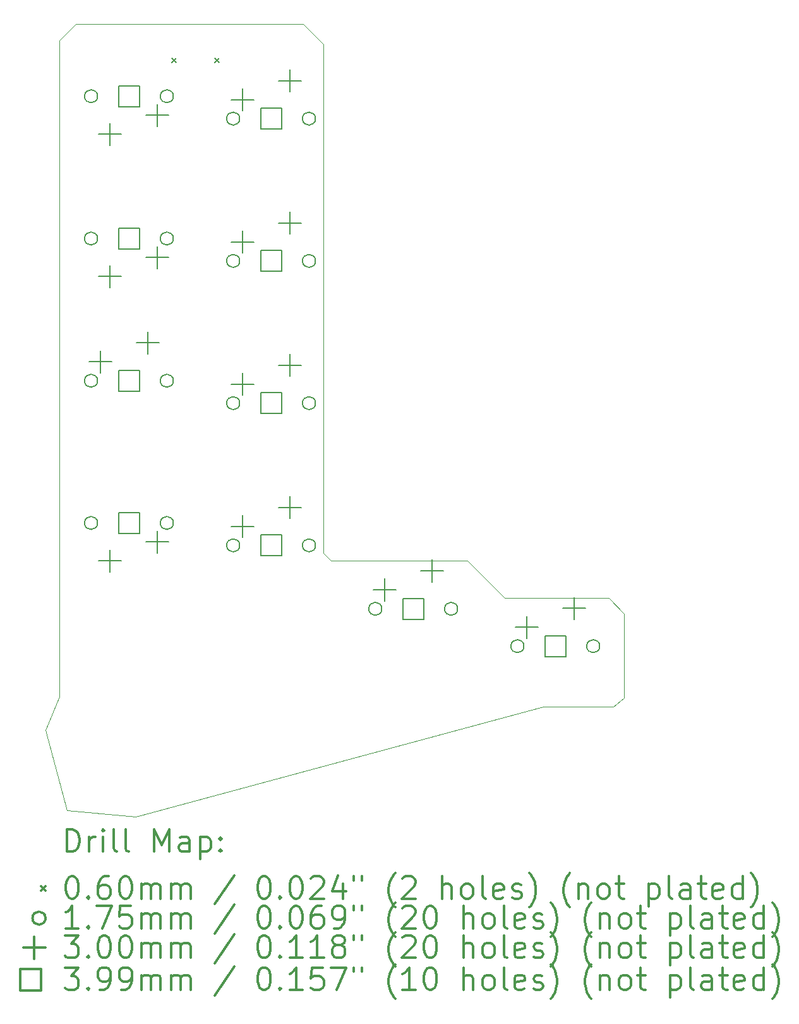
<source format=gbr>
%FSLAX45Y45*%
G04 Gerber Fmt 4.5, Leading zero omitted, Abs format (unit mm)*
G04 Created by KiCad (PCBNEW (5.1.4)-1) date 2023-05-19 09:14:35*
%MOMM*%
%LPD*%
G04 APERTURE LIST*
%ADD10C,0.050000*%
%ADD11C,0.200000*%
%ADD12C,0.300000*%
G04 APERTURE END LIST*
D10*
X18941203Y-37356032D02*
X18941203Y-37136032D01*
X20870000Y-44050000D02*
X21370000Y-44550000D01*
X22770000Y-44550000D02*
X21370000Y-44550000D01*
X20870000Y-44050000D02*
X19040000Y-44050000D01*
X18940000Y-43950000D02*
X19040000Y-44050000D01*
X18941203Y-39261032D02*
X18941203Y-37356032D01*
X15402324Y-37476494D02*
X15402324Y-37256494D01*
X15402324Y-37476494D02*
X15402324Y-39381494D01*
X22770000Y-44550000D02*
X22971202Y-44760000D01*
X21911203Y-46011032D02*
X22831202Y-46011032D01*
X18671203Y-36866032D02*
X18941203Y-37136032D01*
X21911203Y-46011032D02*
X21891203Y-46011032D01*
X21891203Y-46011032D02*
X16430391Y-47480918D01*
X18941203Y-39261032D02*
X18940000Y-43950000D01*
X22971202Y-44760000D02*
X22971202Y-45891032D01*
X22971202Y-45891032D02*
X22831202Y-46011032D01*
X18671203Y-36866032D02*
X15621203Y-36866032D01*
X15508251Y-47394663D02*
X16430391Y-47480918D01*
X15401485Y-45141609D02*
X15400903Y-45039647D01*
X15402190Y-37080639D02*
X15621203Y-36866032D01*
X15400249Y-45873435D02*
X15220438Y-46318483D01*
X15402324Y-37256494D02*
X15402190Y-37080639D01*
X15402324Y-39381494D02*
X15399750Y-43338677D01*
X15399750Y-43338677D02*
X15400903Y-45039647D01*
X15400249Y-45873435D02*
X15401485Y-45141609D01*
X15508251Y-47394663D02*
X15220438Y-46318483D01*
D11*
X16908500Y-37320000D02*
X16968500Y-37380000D01*
X16968500Y-37320000D02*
X16908500Y-37380000D01*
X17486500Y-37320000D02*
X17546500Y-37380000D01*
X17546500Y-37320000D02*
X17486500Y-37380000D01*
X17820703Y-38130000D02*
G75*
G03X17820703Y-38130000I-87500J0D01*
G01*
X18836703Y-38130000D02*
G75*
G03X18836703Y-38130000I-87500J0D01*
G01*
X19725703Y-44696032D02*
G75*
G03X19725703Y-44696032I-87500J0D01*
G01*
X20741703Y-44696032D02*
G75*
G03X20741703Y-44696032I-87500J0D01*
G01*
X17820703Y-40036032D02*
G75*
G03X17820703Y-40036032I-87500J0D01*
G01*
X18836703Y-40036032D02*
G75*
G03X18836703Y-40036032I-87500J0D01*
G01*
X15915702Y-41641032D02*
G75*
G03X15915702Y-41641032I-87500J0D01*
G01*
X16931703Y-41641032D02*
G75*
G03X16931703Y-41641032I-87500J0D01*
G01*
X17820703Y-43846032D02*
G75*
G03X17820703Y-43846032I-87500J0D01*
G01*
X18836703Y-43846032D02*
G75*
G03X18836703Y-43846032I-87500J0D01*
G01*
X15915703Y-39736032D02*
G75*
G03X15915703Y-39736032I-87500J0D01*
G01*
X16931703Y-39736032D02*
G75*
G03X16931703Y-39736032I-87500J0D01*
G01*
X17820703Y-41941032D02*
G75*
G03X17820703Y-41941032I-87500J0D01*
G01*
X18836703Y-41941032D02*
G75*
G03X18836703Y-41941032I-87500J0D01*
G01*
X15915703Y-37830000D02*
G75*
G03X15915703Y-37830000I-87500J0D01*
G01*
X16931703Y-37830000D02*
G75*
G03X16931703Y-37830000I-87500J0D01*
G01*
X15915702Y-43546032D02*
G75*
G03X15915702Y-43546032I-87500J0D01*
G01*
X16931703Y-43546032D02*
G75*
G03X16931703Y-43546032I-87500J0D01*
G01*
X21630703Y-45196032D02*
G75*
G03X21630703Y-45196032I-87500J0D01*
G01*
X22646702Y-45196032D02*
G75*
G03X22646702Y-45196032I-87500J0D01*
G01*
X17860203Y-43442032D02*
X17860203Y-43742032D01*
X17710203Y-43592032D02*
X18010203Y-43592032D01*
X18495203Y-43188032D02*
X18495203Y-43488032D01*
X18345203Y-43338032D02*
X18645203Y-43338032D01*
X16082203Y-40094032D02*
X16082203Y-40394032D01*
X15932203Y-40244032D02*
X16232203Y-40244032D01*
X16717203Y-39840032D02*
X16717203Y-40140032D01*
X16567203Y-39990032D02*
X16867203Y-39990032D01*
X17860203Y-41537032D02*
X17860203Y-41837032D01*
X17710203Y-41687032D02*
X18010203Y-41687032D01*
X18495203Y-41283032D02*
X18495203Y-41583032D01*
X18345203Y-41433032D02*
X18645203Y-41433032D01*
X16082203Y-38188000D02*
X16082203Y-38488000D01*
X15932203Y-38338000D02*
X16232203Y-38338000D01*
X16717203Y-37934000D02*
X16717203Y-38234000D01*
X16567203Y-38084000D02*
X16867203Y-38084000D01*
X16082202Y-43904032D02*
X16082202Y-44204032D01*
X15932202Y-44054032D02*
X16232202Y-44054032D01*
X16717202Y-43650032D02*
X16717202Y-43950032D01*
X16567202Y-43800032D02*
X16867203Y-43800032D01*
X21670203Y-44792032D02*
X21670203Y-45092032D01*
X21520203Y-44942032D02*
X21820203Y-44942032D01*
X22305203Y-44538032D02*
X22305203Y-44838032D01*
X22155203Y-44688032D02*
X22455202Y-44688032D01*
X17860203Y-37726000D02*
X17860203Y-38026000D01*
X17710203Y-37876000D02*
X18010203Y-37876000D01*
X18495203Y-37472000D02*
X18495203Y-37772000D01*
X18345203Y-37622000D02*
X18645203Y-37622000D01*
X19765203Y-44292032D02*
X19765203Y-44592032D01*
X19615203Y-44442032D02*
X19915203Y-44442032D01*
X20400203Y-44038032D02*
X20400203Y-44338032D01*
X20250203Y-44188032D02*
X20550203Y-44188032D01*
X17860203Y-39632032D02*
X17860203Y-39932032D01*
X17710203Y-39782032D02*
X18010203Y-39782032D01*
X18495203Y-39378032D02*
X18495203Y-39678032D01*
X18345203Y-39528032D02*
X18645203Y-39528032D01*
X15955202Y-41237032D02*
X15955202Y-41537032D01*
X15805202Y-41387032D02*
X16105202Y-41387032D01*
X16590202Y-40983032D02*
X16590202Y-41283032D01*
X16440202Y-41133032D02*
X16740202Y-41133032D01*
X18382194Y-42082024D02*
X18382194Y-41800041D01*
X18100211Y-41800041D01*
X18100211Y-42082024D01*
X18382194Y-42082024D01*
X16477194Y-37970991D02*
X16477194Y-37689009D01*
X16195211Y-37689009D01*
X16195211Y-37970991D01*
X16477194Y-37970991D01*
X16477194Y-43687024D02*
X16477194Y-43405041D01*
X16195211Y-43405041D01*
X16195211Y-43687024D01*
X16477194Y-43687024D01*
X22192194Y-45337024D02*
X22192194Y-45055041D01*
X21910211Y-45055041D01*
X21910211Y-45337024D01*
X22192194Y-45337024D01*
X18382194Y-38270991D02*
X18382194Y-37989009D01*
X18100211Y-37989009D01*
X18100211Y-38270991D01*
X18382194Y-38270991D01*
X20287194Y-44837024D02*
X20287194Y-44555041D01*
X20005211Y-44555041D01*
X20005211Y-44837024D01*
X20287194Y-44837024D01*
X18382194Y-40177024D02*
X18382194Y-39895041D01*
X18100211Y-39895041D01*
X18100211Y-40177024D01*
X18382194Y-40177024D01*
X16477194Y-41782024D02*
X16477194Y-41500041D01*
X16195211Y-41500041D01*
X16195211Y-41782024D01*
X16477194Y-41782024D01*
X18382194Y-43987024D02*
X18382194Y-43705041D01*
X18100211Y-43705041D01*
X18100211Y-43987024D01*
X18382194Y-43987024D01*
X16477194Y-39877024D02*
X16477194Y-39595041D01*
X16195211Y-39595041D01*
X16195211Y-39877024D01*
X16477194Y-39877024D01*
D12*
X15504366Y-47949133D02*
X15504366Y-47649133D01*
X15575795Y-47649133D01*
X15618652Y-47663419D01*
X15647223Y-47691990D01*
X15661509Y-47720561D01*
X15675795Y-47777704D01*
X15675795Y-47820561D01*
X15661509Y-47877704D01*
X15647223Y-47906276D01*
X15618652Y-47934847D01*
X15575795Y-47949133D01*
X15504366Y-47949133D01*
X15804366Y-47949133D02*
X15804366Y-47749133D01*
X15804366Y-47806276D02*
X15818652Y-47777704D01*
X15832938Y-47763419D01*
X15861509Y-47749133D01*
X15890080Y-47749133D01*
X15990080Y-47949133D02*
X15990080Y-47749133D01*
X15990080Y-47649133D02*
X15975795Y-47663419D01*
X15990080Y-47677704D01*
X16004366Y-47663419D01*
X15990080Y-47649133D01*
X15990080Y-47677704D01*
X16175795Y-47949133D02*
X16147223Y-47934847D01*
X16132938Y-47906276D01*
X16132938Y-47649133D01*
X16332938Y-47949133D02*
X16304366Y-47934847D01*
X16290080Y-47906276D01*
X16290080Y-47649133D01*
X16675795Y-47949133D02*
X16675795Y-47649133D01*
X16775795Y-47863419D01*
X16875795Y-47649133D01*
X16875795Y-47949133D01*
X17147223Y-47949133D02*
X17147223Y-47791990D01*
X17132938Y-47763419D01*
X17104366Y-47749133D01*
X17047223Y-47749133D01*
X17018652Y-47763419D01*
X17147223Y-47934847D02*
X17118652Y-47949133D01*
X17047223Y-47949133D01*
X17018652Y-47934847D01*
X17004366Y-47906276D01*
X17004366Y-47877704D01*
X17018652Y-47849133D01*
X17047223Y-47834847D01*
X17118652Y-47834847D01*
X17147223Y-47820561D01*
X17290081Y-47749133D02*
X17290081Y-48049133D01*
X17290081Y-47763419D02*
X17318652Y-47749133D01*
X17375795Y-47749133D01*
X17404366Y-47763419D01*
X17418652Y-47777704D01*
X17432938Y-47806276D01*
X17432938Y-47891990D01*
X17418652Y-47920561D01*
X17404366Y-47934847D01*
X17375795Y-47949133D01*
X17318652Y-47949133D01*
X17290081Y-47934847D01*
X17561509Y-47920561D02*
X17575795Y-47934847D01*
X17561509Y-47949133D01*
X17547223Y-47934847D01*
X17561509Y-47920561D01*
X17561509Y-47949133D01*
X17561509Y-47763419D02*
X17575795Y-47777704D01*
X17561509Y-47791990D01*
X17547223Y-47777704D01*
X17561509Y-47763419D01*
X17561509Y-47791990D01*
X15157938Y-48413419D02*
X15217938Y-48473419D01*
X15217938Y-48413419D02*
X15157938Y-48473419D01*
X15561509Y-48279133D02*
X15590080Y-48279133D01*
X15618652Y-48293419D01*
X15632938Y-48307704D01*
X15647223Y-48336276D01*
X15661509Y-48393419D01*
X15661509Y-48464847D01*
X15647223Y-48521990D01*
X15632938Y-48550561D01*
X15618652Y-48564847D01*
X15590080Y-48579133D01*
X15561509Y-48579133D01*
X15532938Y-48564847D01*
X15518652Y-48550561D01*
X15504366Y-48521990D01*
X15490080Y-48464847D01*
X15490080Y-48393419D01*
X15504366Y-48336276D01*
X15518652Y-48307704D01*
X15532938Y-48293419D01*
X15561509Y-48279133D01*
X15790080Y-48550561D02*
X15804366Y-48564847D01*
X15790080Y-48579133D01*
X15775795Y-48564847D01*
X15790080Y-48550561D01*
X15790080Y-48579133D01*
X16061509Y-48279133D02*
X16004366Y-48279133D01*
X15975795Y-48293419D01*
X15961509Y-48307704D01*
X15932938Y-48350561D01*
X15918652Y-48407704D01*
X15918652Y-48521990D01*
X15932938Y-48550561D01*
X15947223Y-48564847D01*
X15975795Y-48579133D01*
X16032938Y-48579133D01*
X16061509Y-48564847D01*
X16075795Y-48550561D01*
X16090080Y-48521990D01*
X16090080Y-48450561D01*
X16075795Y-48421990D01*
X16061509Y-48407704D01*
X16032938Y-48393419D01*
X15975795Y-48393419D01*
X15947223Y-48407704D01*
X15932938Y-48421990D01*
X15918652Y-48450561D01*
X16275795Y-48279133D02*
X16304366Y-48279133D01*
X16332938Y-48293419D01*
X16347223Y-48307704D01*
X16361509Y-48336276D01*
X16375795Y-48393419D01*
X16375795Y-48464847D01*
X16361509Y-48521990D01*
X16347223Y-48550561D01*
X16332938Y-48564847D01*
X16304366Y-48579133D01*
X16275795Y-48579133D01*
X16247223Y-48564847D01*
X16232938Y-48550561D01*
X16218652Y-48521990D01*
X16204366Y-48464847D01*
X16204366Y-48393419D01*
X16218652Y-48336276D01*
X16232938Y-48307704D01*
X16247223Y-48293419D01*
X16275795Y-48279133D01*
X16504366Y-48579133D02*
X16504366Y-48379133D01*
X16504366Y-48407704D02*
X16518652Y-48393419D01*
X16547223Y-48379133D01*
X16590080Y-48379133D01*
X16618652Y-48393419D01*
X16632938Y-48421990D01*
X16632938Y-48579133D01*
X16632938Y-48421990D02*
X16647223Y-48393419D01*
X16675795Y-48379133D01*
X16718652Y-48379133D01*
X16747223Y-48393419D01*
X16761509Y-48421990D01*
X16761509Y-48579133D01*
X16904366Y-48579133D02*
X16904366Y-48379133D01*
X16904366Y-48407704D02*
X16918652Y-48393419D01*
X16947223Y-48379133D01*
X16990081Y-48379133D01*
X17018652Y-48393419D01*
X17032938Y-48421990D01*
X17032938Y-48579133D01*
X17032938Y-48421990D02*
X17047223Y-48393419D01*
X17075795Y-48379133D01*
X17118652Y-48379133D01*
X17147223Y-48393419D01*
X17161509Y-48421990D01*
X17161509Y-48579133D01*
X17747223Y-48264847D02*
X17490081Y-48650561D01*
X18132938Y-48279133D02*
X18161509Y-48279133D01*
X18190081Y-48293419D01*
X18204366Y-48307704D01*
X18218652Y-48336276D01*
X18232938Y-48393419D01*
X18232938Y-48464847D01*
X18218652Y-48521990D01*
X18204366Y-48550561D01*
X18190081Y-48564847D01*
X18161509Y-48579133D01*
X18132938Y-48579133D01*
X18104366Y-48564847D01*
X18090081Y-48550561D01*
X18075795Y-48521990D01*
X18061509Y-48464847D01*
X18061509Y-48393419D01*
X18075795Y-48336276D01*
X18090081Y-48307704D01*
X18104366Y-48293419D01*
X18132938Y-48279133D01*
X18361509Y-48550561D02*
X18375795Y-48564847D01*
X18361509Y-48579133D01*
X18347223Y-48564847D01*
X18361509Y-48550561D01*
X18361509Y-48579133D01*
X18561509Y-48279133D02*
X18590081Y-48279133D01*
X18618652Y-48293419D01*
X18632938Y-48307704D01*
X18647223Y-48336276D01*
X18661509Y-48393419D01*
X18661509Y-48464847D01*
X18647223Y-48521990D01*
X18632938Y-48550561D01*
X18618652Y-48564847D01*
X18590081Y-48579133D01*
X18561509Y-48579133D01*
X18532938Y-48564847D01*
X18518652Y-48550561D01*
X18504366Y-48521990D01*
X18490081Y-48464847D01*
X18490081Y-48393419D01*
X18504366Y-48336276D01*
X18518652Y-48307704D01*
X18532938Y-48293419D01*
X18561509Y-48279133D01*
X18775795Y-48307704D02*
X18790081Y-48293419D01*
X18818652Y-48279133D01*
X18890081Y-48279133D01*
X18918652Y-48293419D01*
X18932938Y-48307704D01*
X18947223Y-48336276D01*
X18947223Y-48364847D01*
X18932938Y-48407704D01*
X18761509Y-48579133D01*
X18947223Y-48579133D01*
X19204366Y-48379133D02*
X19204366Y-48579133D01*
X19132938Y-48264847D02*
X19061509Y-48479133D01*
X19247223Y-48479133D01*
X19347223Y-48279133D02*
X19347223Y-48336276D01*
X19461509Y-48279133D02*
X19461509Y-48336276D01*
X19904366Y-48693419D02*
X19890081Y-48679133D01*
X19861509Y-48636276D01*
X19847223Y-48607704D01*
X19832938Y-48564847D01*
X19818652Y-48493419D01*
X19818652Y-48436276D01*
X19832938Y-48364847D01*
X19847223Y-48321990D01*
X19861509Y-48293419D01*
X19890081Y-48250561D01*
X19904366Y-48236276D01*
X20004366Y-48307704D02*
X20018652Y-48293419D01*
X20047223Y-48279133D01*
X20118652Y-48279133D01*
X20147223Y-48293419D01*
X20161509Y-48307704D01*
X20175795Y-48336276D01*
X20175795Y-48364847D01*
X20161509Y-48407704D01*
X19990081Y-48579133D01*
X20175795Y-48579133D01*
X20532938Y-48579133D02*
X20532938Y-48279133D01*
X20661509Y-48579133D02*
X20661509Y-48421990D01*
X20647223Y-48393419D01*
X20618652Y-48379133D01*
X20575795Y-48379133D01*
X20547223Y-48393419D01*
X20532938Y-48407704D01*
X20847223Y-48579133D02*
X20818652Y-48564847D01*
X20804366Y-48550561D01*
X20790081Y-48521990D01*
X20790081Y-48436276D01*
X20804366Y-48407704D01*
X20818652Y-48393419D01*
X20847223Y-48379133D01*
X20890081Y-48379133D01*
X20918652Y-48393419D01*
X20932938Y-48407704D01*
X20947223Y-48436276D01*
X20947223Y-48521990D01*
X20932938Y-48550561D01*
X20918652Y-48564847D01*
X20890081Y-48579133D01*
X20847223Y-48579133D01*
X21118652Y-48579133D02*
X21090081Y-48564847D01*
X21075795Y-48536276D01*
X21075795Y-48279133D01*
X21347223Y-48564847D02*
X21318652Y-48579133D01*
X21261509Y-48579133D01*
X21232938Y-48564847D01*
X21218652Y-48536276D01*
X21218652Y-48421990D01*
X21232938Y-48393419D01*
X21261509Y-48379133D01*
X21318652Y-48379133D01*
X21347223Y-48393419D01*
X21361509Y-48421990D01*
X21361509Y-48450561D01*
X21218652Y-48479133D01*
X21475795Y-48564847D02*
X21504366Y-48579133D01*
X21561509Y-48579133D01*
X21590081Y-48564847D01*
X21604366Y-48536276D01*
X21604366Y-48521990D01*
X21590081Y-48493419D01*
X21561509Y-48479133D01*
X21518652Y-48479133D01*
X21490081Y-48464847D01*
X21475795Y-48436276D01*
X21475795Y-48421990D01*
X21490081Y-48393419D01*
X21518652Y-48379133D01*
X21561509Y-48379133D01*
X21590081Y-48393419D01*
X21704366Y-48693419D02*
X21718652Y-48679133D01*
X21747223Y-48636276D01*
X21761509Y-48607704D01*
X21775795Y-48564847D01*
X21790081Y-48493419D01*
X21790081Y-48436276D01*
X21775795Y-48364847D01*
X21761509Y-48321990D01*
X21747223Y-48293419D01*
X21718652Y-48250561D01*
X21704366Y-48236276D01*
X22247223Y-48693419D02*
X22232938Y-48679133D01*
X22204366Y-48636276D01*
X22190081Y-48607704D01*
X22175795Y-48564847D01*
X22161509Y-48493419D01*
X22161509Y-48436276D01*
X22175795Y-48364847D01*
X22190081Y-48321990D01*
X22204366Y-48293419D01*
X22232938Y-48250561D01*
X22247223Y-48236276D01*
X22361509Y-48379133D02*
X22361509Y-48579133D01*
X22361509Y-48407704D02*
X22375795Y-48393419D01*
X22404366Y-48379133D01*
X22447223Y-48379133D01*
X22475795Y-48393419D01*
X22490080Y-48421990D01*
X22490080Y-48579133D01*
X22675795Y-48579133D02*
X22647223Y-48564847D01*
X22632938Y-48550561D01*
X22618652Y-48521990D01*
X22618652Y-48436276D01*
X22632938Y-48407704D01*
X22647223Y-48393419D01*
X22675795Y-48379133D01*
X22718652Y-48379133D01*
X22747223Y-48393419D01*
X22761509Y-48407704D01*
X22775795Y-48436276D01*
X22775795Y-48521990D01*
X22761509Y-48550561D01*
X22747223Y-48564847D01*
X22718652Y-48579133D01*
X22675795Y-48579133D01*
X22861509Y-48379133D02*
X22975795Y-48379133D01*
X22904366Y-48279133D02*
X22904366Y-48536276D01*
X22918652Y-48564847D01*
X22947223Y-48579133D01*
X22975795Y-48579133D01*
X23304366Y-48379133D02*
X23304366Y-48679133D01*
X23304366Y-48393419D02*
X23332938Y-48379133D01*
X23390080Y-48379133D01*
X23418652Y-48393419D01*
X23432938Y-48407704D01*
X23447223Y-48436276D01*
X23447223Y-48521990D01*
X23432938Y-48550561D01*
X23418652Y-48564847D01*
X23390080Y-48579133D01*
X23332938Y-48579133D01*
X23304366Y-48564847D01*
X23618652Y-48579133D02*
X23590080Y-48564847D01*
X23575795Y-48536276D01*
X23575795Y-48279133D01*
X23861509Y-48579133D02*
X23861509Y-48421990D01*
X23847223Y-48393419D01*
X23818652Y-48379133D01*
X23761509Y-48379133D01*
X23732938Y-48393419D01*
X23861509Y-48564847D02*
X23832938Y-48579133D01*
X23761509Y-48579133D01*
X23732938Y-48564847D01*
X23718652Y-48536276D01*
X23718652Y-48507704D01*
X23732938Y-48479133D01*
X23761509Y-48464847D01*
X23832938Y-48464847D01*
X23861509Y-48450561D01*
X23961509Y-48379133D02*
X24075795Y-48379133D01*
X24004366Y-48279133D02*
X24004366Y-48536276D01*
X24018652Y-48564847D01*
X24047223Y-48579133D01*
X24075795Y-48579133D01*
X24290080Y-48564847D02*
X24261509Y-48579133D01*
X24204366Y-48579133D01*
X24175795Y-48564847D01*
X24161509Y-48536276D01*
X24161509Y-48421990D01*
X24175795Y-48393419D01*
X24204366Y-48379133D01*
X24261509Y-48379133D01*
X24290080Y-48393419D01*
X24304366Y-48421990D01*
X24304366Y-48450561D01*
X24161509Y-48479133D01*
X24561509Y-48579133D02*
X24561509Y-48279133D01*
X24561509Y-48564847D02*
X24532938Y-48579133D01*
X24475795Y-48579133D01*
X24447223Y-48564847D01*
X24432938Y-48550561D01*
X24418652Y-48521990D01*
X24418652Y-48436276D01*
X24432938Y-48407704D01*
X24447223Y-48393419D01*
X24475795Y-48379133D01*
X24532938Y-48379133D01*
X24561509Y-48393419D01*
X24675795Y-48693419D02*
X24690080Y-48679133D01*
X24718652Y-48636276D01*
X24732938Y-48607704D01*
X24747223Y-48564847D01*
X24761509Y-48493419D01*
X24761509Y-48436276D01*
X24747223Y-48364847D01*
X24732938Y-48321990D01*
X24718652Y-48293419D01*
X24690080Y-48250561D01*
X24675795Y-48236276D01*
X15217938Y-48839419D02*
G75*
G03X15217938Y-48839419I-87500J0D01*
G01*
X15661509Y-48975133D02*
X15490080Y-48975133D01*
X15575795Y-48975133D02*
X15575795Y-48675133D01*
X15547223Y-48717990D01*
X15518652Y-48746561D01*
X15490080Y-48760847D01*
X15790080Y-48946561D02*
X15804366Y-48960847D01*
X15790080Y-48975133D01*
X15775795Y-48960847D01*
X15790080Y-48946561D01*
X15790080Y-48975133D01*
X15904366Y-48675133D02*
X16104366Y-48675133D01*
X15975795Y-48975133D01*
X16361509Y-48675133D02*
X16218652Y-48675133D01*
X16204366Y-48817990D01*
X16218652Y-48803704D01*
X16247223Y-48789419D01*
X16318652Y-48789419D01*
X16347223Y-48803704D01*
X16361509Y-48817990D01*
X16375795Y-48846561D01*
X16375795Y-48917990D01*
X16361509Y-48946561D01*
X16347223Y-48960847D01*
X16318652Y-48975133D01*
X16247223Y-48975133D01*
X16218652Y-48960847D01*
X16204366Y-48946561D01*
X16504366Y-48975133D02*
X16504366Y-48775133D01*
X16504366Y-48803704D02*
X16518652Y-48789419D01*
X16547223Y-48775133D01*
X16590080Y-48775133D01*
X16618652Y-48789419D01*
X16632938Y-48817990D01*
X16632938Y-48975133D01*
X16632938Y-48817990D02*
X16647223Y-48789419D01*
X16675795Y-48775133D01*
X16718652Y-48775133D01*
X16747223Y-48789419D01*
X16761509Y-48817990D01*
X16761509Y-48975133D01*
X16904366Y-48975133D02*
X16904366Y-48775133D01*
X16904366Y-48803704D02*
X16918652Y-48789419D01*
X16947223Y-48775133D01*
X16990081Y-48775133D01*
X17018652Y-48789419D01*
X17032938Y-48817990D01*
X17032938Y-48975133D01*
X17032938Y-48817990D02*
X17047223Y-48789419D01*
X17075795Y-48775133D01*
X17118652Y-48775133D01*
X17147223Y-48789419D01*
X17161509Y-48817990D01*
X17161509Y-48975133D01*
X17747223Y-48660847D02*
X17490081Y-49046561D01*
X18132938Y-48675133D02*
X18161509Y-48675133D01*
X18190081Y-48689419D01*
X18204366Y-48703704D01*
X18218652Y-48732276D01*
X18232938Y-48789419D01*
X18232938Y-48860847D01*
X18218652Y-48917990D01*
X18204366Y-48946561D01*
X18190081Y-48960847D01*
X18161509Y-48975133D01*
X18132938Y-48975133D01*
X18104366Y-48960847D01*
X18090081Y-48946561D01*
X18075795Y-48917990D01*
X18061509Y-48860847D01*
X18061509Y-48789419D01*
X18075795Y-48732276D01*
X18090081Y-48703704D01*
X18104366Y-48689419D01*
X18132938Y-48675133D01*
X18361509Y-48946561D02*
X18375795Y-48960847D01*
X18361509Y-48975133D01*
X18347223Y-48960847D01*
X18361509Y-48946561D01*
X18361509Y-48975133D01*
X18561509Y-48675133D02*
X18590081Y-48675133D01*
X18618652Y-48689419D01*
X18632938Y-48703704D01*
X18647223Y-48732276D01*
X18661509Y-48789419D01*
X18661509Y-48860847D01*
X18647223Y-48917990D01*
X18632938Y-48946561D01*
X18618652Y-48960847D01*
X18590081Y-48975133D01*
X18561509Y-48975133D01*
X18532938Y-48960847D01*
X18518652Y-48946561D01*
X18504366Y-48917990D01*
X18490081Y-48860847D01*
X18490081Y-48789419D01*
X18504366Y-48732276D01*
X18518652Y-48703704D01*
X18532938Y-48689419D01*
X18561509Y-48675133D01*
X18918652Y-48675133D02*
X18861509Y-48675133D01*
X18832938Y-48689419D01*
X18818652Y-48703704D01*
X18790081Y-48746561D01*
X18775795Y-48803704D01*
X18775795Y-48917990D01*
X18790081Y-48946561D01*
X18804366Y-48960847D01*
X18832938Y-48975133D01*
X18890081Y-48975133D01*
X18918652Y-48960847D01*
X18932938Y-48946561D01*
X18947223Y-48917990D01*
X18947223Y-48846561D01*
X18932938Y-48817990D01*
X18918652Y-48803704D01*
X18890081Y-48789419D01*
X18832938Y-48789419D01*
X18804366Y-48803704D01*
X18790081Y-48817990D01*
X18775795Y-48846561D01*
X19090081Y-48975133D02*
X19147223Y-48975133D01*
X19175795Y-48960847D01*
X19190081Y-48946561D01*
X19218652Y-48903704D01*
X19232938Y-48846561D01*
X19232938Y-48732276D01*
X19218652Y-48703704D01*
X19204366Y-48689419D01*
X19175795Y-48675133D01*
X19118652Y-48675133D01*
X19090081Y-48689419D01*
X19075795Y-48703704D01*
X19061509Y-48732276D01*
X19061509Y-48803704D01*
X19075795Y-48832276D01*
X19090081Y-48846561D01*
X19118652Y-48860847D01*
X19175795Y-48860847D01*
X19204366Y-48846561D01*
X19218652Y-48832276D01*
X19232938Y-48803704D01*
X19347223Y-48675133D02*
X19347223Y-48732276D01*
X19461509Y-48675133D02*
X19461509Y-48732276D01*
X19904366Y-49089419D02*
X19890081Y-49075133D01*
X19861509Y-49032276D01*
X19847223Y-49003704D01*
X19832938Y-48960847D01*
X19818652Y-48889419D01*
X19818652Y-48832276D01*
X19832938Y-48760847D01*
X19847223Y-48717990D01*
X19861509Y-48689419D01*
X19890081Y-48646561D01*
X19904366Y-48632276D01*
X20004366Y-48703704D02*
X20018652Y-48689419D01*
X20047223Y-48675133D01*
X20118652Y-48675133D01*
X20147223Y-48689419D01*
X20161509Y-48703704D01*
X20175795Y-48732276D01*
X20175795Y-48760847D01*
X20161509Y-48803704D01*
X19990081Y-48975133D01*
X20175795Y-48975133D01*
X20361509Y-48675133D02*
X20390081Y-48675133D01*
X20418652Y-48689419D01*
X20432938Y-48703704D01*
X20447223Y-48732276D01*
X20461509Y-48789419D01*
X20461509Y-48860847D01*
X20447223Y-48917990D01*
X20432938Y-48946561D01*
X20418652Y-48960847D01*
X20390081Y-48975133D01*
X20361509Y-48975133D01*
X20332938Y-48960847D01*
X20318652Y-48946561D01*
X20304366Y-48917990D01*
X20290081Y-48860847D01*
X20290081Y-48789419D01*
X20304366Y-48732276D01*
X20318652Y-48703704D01*
X20332938Y-48689419D01*
X20361509Y-48675133D01*
X20818652Y-48975133D02*
X20818652Y-48675133D01*
X20947223Y-48975133D02*
X20947223Y-48817990D01*
X20932938Y-48789419D01*
X20904366Y-48775133D01*
X20861509Y-48775133D01*
X20832938Y-48789419D01*
X20818652Y-48803704D01*
X21132938Y-48975133D02*
X21104366Y-48960847D01*
X21090081Y-48946561D01*
X21075795Y-48917990D01*
X21075795Y-48832276D01*
X21090081Y-48803704D01*
X21104366Y-48789419D01*
X21132938Y-48775133D01*
X21175795Y-48775133D01*
X21204366Y-48789419D01*
X21218652Y-48803704D01*
X21232938Y-48832276D01*
X21232938Y-48917990D01*
X21218652Y-48946561D01*
X21204366Y-48960847D01*
X21175795Y-48975133D01*
X21132938Y-48975133D01*
X21404366Y-48975133D02*
X21375795Y-48960847D01*
X21361509Y-48932276D01*
X21361509Y-48675133D01*
X21632938Y-48960847D02*
X21604366Y-48975133D01*
X21547223Y-48975133D01*
X21518652Y-48960847D01*
X21504366Y-48932276D01*
X21504366Y-48817990D01*
X21518652Y-48789419D01*
X21547223Y-48775133D01*
X21604366Y-48775133D01*
X21632938Y-48789419D01*
X21647223Y-48817990D01*
X21647223Y-48846561D01*
X21504366Y-48875133D01*
X21761509Y-48960847D02*
X21790081Y-48975133D01*
X21847223Y-48975133D01*
X21875795Y-48960847D01*
X21890081Y-48932276D01*
X21890081Y-48917990D01*
X21875795Y-48889419D01*
X21847223Y-48875133D01*
X21804366Y-48875133D01*
X21775795Y-48860847D01*
X21761509Y-48832276D01*
X21761509Y-48817990D01*
X21775795Y-48789419D01*
X21804366Y-48775133D01*
X21847223Y-48775133D01*
X21875795Y-48789419D01*
X21990081Y-49089419D02*
X22004366Y-49075133D01*
X22032938Y-49032276D01*
X22047223Y-49003704D01*
X22061509Y-48960847D01*
X22075795Y-48889419D01*
X22075795Y-48832276D01*
X22061509Y-48760847D01*
X22047223Y-48717990D01*
X22032938Y-48689419D01*
X22004366Y-48646561D01*
X21990081Y-48632276D01*
X22532938Y-49089419D02*
X22518652Y-49075133D01*
X22490080Y-49032276D01*
X22475795Y-49003704D01*
X22461509Y-48960847D01*
X22447223Y-48889419D01*
X22447223Y-48832276D01*
X22461509Y-48760847D01*
X22475795Y-48717990D01*
X22490080Y-48689419D01*
X22518652Y-48646561D01*
X22532938Y-48632276D01*
X22647223Y-48775133D02*
X22647223Y-48975133D01*
X22647223Y-48803704D02*
X22661509Y-48789419D01*
X22690080Y-48775133D01*
X22732938Y-48775133D01*
X22761509Y-48789419D01*
X22775795Y-48817990D01*
X22775795Y-48975133D01*
X22961509Y-48975133D02*
X22932938Y-48960847D01*
X22918652Y-48946561D01*
X22904366Y-48917990D01*
X22904366Y-48832276D01*
X22918652Y-48803704D01*
X22932938Y-48789419D01*
X22961509Y-48775133D01*
X23004366Y-48775133D01*
X23032938Y-48789419D01*
X23047223Y-48803704D01*
X23061509Y-48832276D01*
X23061509Y-48917990D01*
X23047223Y-48946561D01*
X23032938Y-48960847D01*
X23004366Y-48975133D01*
X22961509Y-48975133D01*
X23147223Y-48775133D02*
X23261509Y-48775133D01*
X23190080Y-48675133D02*
X23190080Y-48932276D01*
X23204366Y-48960847D01*
X23232938Y-48975133D01*
X23261509Y-48975133D01*
X23590080Y-48775133D02*
X23590080Y-49075133D01*
X23590080Y-48789419D02*
X23618652Y-48775133D01*
X23675795Y-48775133D01*
X23704366Y-48789419D01*
X23718652Y-48803704D01*
X23732938Y-48832276D01*
X23732938Y-48917990D01*
X23718652Y-48946561D01*
X23704366Y-48960847D01*
X23675795Y-48975133D01*
X23618652Y-48975133D01*
X23590080Y-48960847D01*
X23904366Y-48975133D02*
X23875795Y-48960847D01*
X23861509Y-48932276D01*
X23861509Y-48675133D01*
X24147223Y-48975133D02*
X24147223Y-48817990D01*
X24132938Y-48789419D01*
X24104366Y-48775133D01*
X24047223Y-48775133D01*
X24018652Y-48789419D01*
X24147223Y-48960847D02*
X24118652Y-48975133D01*
X24047223Y-48975133D01*
X24018652Y-48960847D01*
X24004366Y-48932276D01*
X24004366Y-48903704D01*
X24018652Y-48875133D01*
X24047223Y-48860847D01*
X24118652Y-48860847D01*
X24147223Y-48846561D01*
X24247223Y-48775133D02*
X24361509Y-48775133D01*
X24290080Y-48675133D02*
X24290080Y-48932276D01*
X24304366Y-48960847D01*
X24332938Y-48975133D01*
X24361509Y-48975133D01*
X24575795Y-48960847D02*
X24547223Y-48975133D01*
X24490080Y-48975133D01*
X24461509Y-48960847D01*
X24447223Y-48932276D01*
X24447223Y-48817990D01*
X24461509Y-48789419D01*
X24490080Y-48775133D01*
X24547223Y-48775133D01*
X24575795Y-48789419D01*
X24590080Y-48817990D01*
X24590080Y-48846561D01*
X24447223Y-48875133D01*
X24847223Y-48975133D02*
X24847223Y-48675133D01*
X24847223Y-48960847D02*
X24818652Y-48975133D01*
X24761509Y-48975133D01*
X24732938Y-48960847D01*
X24718652Y-48946561D01*
X24704366Y-48917990D01*
X24704366Y-48832276D01*
X24718652Y-48803704D01*
X24732938Y-48789419D01*
X24761509Y-48775133D01*
X24818652Y-48775133D01*
X24847223Y-48789419D01*
X24961509Y-49089419D02*
X24975795Y-49075133D01*
X25004366Y-49032276D01*
X25018652Y-49003704D01*
X25032938Y-48960847D01*
X25047223Y-48889419D01*
X25047223Y-48832276D01*
X25032938Y-48760847D01*
X25018652Y-48717990D01*
X25004366Y-48689419D01*
X24975795Y-48646561D01*
X24961509Y-48632276D01*
X15067938Y-49085419D02*
X15067938Y-49385419D01*
X14917938Y-49235419D02*
X15217938Y-49235419D01*
X15475795Y-49071133D02*
X15661509Y-49071133D01*
X15561509Y-49185419D01*
X15604366Y-49185419D01*
X15632938Y-49199704D01*
X15647223Y-49213990D01*
X15661509Y-49242561D01*
X15661509Y-49313990D01*
X15647223Y-49342561D01*
X15632938Y-49356847D01*
X15604366Y-49371133D01*
X15518652Y-49371133D01*
X15490080Y-49356847D01*
X15475795Y-49342561D01*
X15790080Y-49342561D02*
X15804366Y-49356847D01*
X15790080Y-49371133D01*
X15775795Y-49356847D01*
X15790080Y-49342561D01*
X15790080Y-49371133D01*
X15990080Y-49071133D02*
X16018652Y-49071133D01*
X16047223Y-49085419D01*
X16061509Y-49099704D01*
X16075795Y-49128276D01*
X16090080Y-49185419D01*
X16090080Y-49256847D01*
X16075795Y-49313990D01*
X16061509Y-49342561D01*
X16047223Y-49356847D01*
X16018652Y-49371133D01*
X15990080Y-49371133D01*
X15961509Y-49356847D01*
X15947223Y-49342561D01*
X15932938Y-49313990D01*
X15918652Y-49256847D01*
X15918652Y-49185419D01*
X15932938Y-49128276D01*
X15947223Y-49099704D01*
X15961509Y-49085419D01*
X15990080Y-49071133D01*
X16275795Y-49071133D02*
X16304366Y-49071133D01*
X16332938Y-49085419D01*
X16347223Y-49099704D01*
X16361509Y-49128276D01*
X16375795Y-49185419D01*
X16375795Y-49256847D01*
X16361509Y-49313990D01*
X16347223Y-49342561D01*
X16332938Y-49356847D01*
X16304366Y-49371133D01*
X16275795Y-49371133D01*
X16247223Y-49356847D01*
X16232938Y-49342561D01*
X16218652Y-49313990D01*
X16204366Y-49256847D01*
X16204366Y-49185419D01*
X16218652Y-49128276D01*
X16232938Y-49099704D01*
X16247223Y-49085419D01*
X16275795Y-49071133D01*
X16504366Y-49371133D02*
X16504366Y-49171133D01*
X16504366Y-49199704D02*
X16518652Y-49185419D01*
X16547223Y-49171133D01*
X16590080Y-49171133D01*
X16618652Y-49185419D01*
X16632938Y-49213990D01*
X16632938Y-49371133D01*
X16632938Y-49213990D02*
X16647223Y-49185419D01*
X16675795Y-49171133D01*
X16718652Y-49171133D01*
X16747223Y-49185419D01*
X16761509Y-49213990D01*
X16761509Y-49371133D01*
X16904366Y-49371133D02*
X16904366Y-49171133D01*
X16904366Y-49199704D02*
X16918652Y-49185419D01*
X16947223Y-49171133D01*
X16990081Y-49171133D01*
X17018652Y-49185419D01*
X17032938Y-49213990D01*
X17032938Y-49371133D01*
X17032938Y-49213990D02*
X17047223Y-49185419D01*
X17075795Y-49171133D01*
X17118652Y-49171133D01*
X17147223Y-49185419D01*
X17161509Y-49213990D01*
X17161509Y-49371133D01*
X17747223Y-49056847D02*
X17490081Y-49442561D01*
X18132938Y-49071133D02*
X18161509Y-49071133D01*
X18190081Y-49085419D01*
X18204366Y-49099704D01*
X18218652Y-49128276D01*
X18232938Y-49185419D01*
X18232938Y-49256847D01*
X18218652Y-49313990D01*
X18204366Y-49342561D01*
X18190081Y-49356847D01*
X18161509Y-49371133D01*
X18132938Y-49371133D01*
X18104366Y-49356847D01*
X18090081Y-49342561D01*
X18075795Y-49313990D01*
X18061509Y-49256847D01*
X18061509Y-49185419D01*
X18075795Y-49128276D01*
X18090081Y-49099704D01*
X18104366Y-49085419D01*
X18132938Y-49071133D01*
X18361509Y-49342561D02*
X18375795Y-49356847D01*
X18361509Y-49371133D01*
X18347223Y-49356847D01*
X18361509Y-49342561D01*
X18361509Y-49371133D01*
X18661509Y-49371133D02*
X18490081Y-49371133D01*
X18575795Y-49371133D02*
X18575795Y-49071133D01*
X18547223Y-49113990D01*
X18518652Y-49142561D01*
X18490081Y-49156847D01*
X18947223Y-49371133D02*
X18775795Y-49371133D01*
X18861509Y-49371133D02*
X18861509Y-49071133D01*
X18832938Y-49113990D01*
X18804366Y-49142561D01*
X18775795Y-49156847D01*
X19118652Y-49199704D02*
X19090081Y-49185419D01*
X19075795Y-49171133D01*
X19061509Y-49142561D01*
X19061509Y-49128276D01*
X19075795Y-49099704D01*
X19090081Y-49085419D01*
X19118652Y-49071133D01*
X19175795Y-49071133D01*
X19204366Y-49085419D01*
X19218652Y-49099704D01*
X19232938Y-49128276D01*
X19232938Y-49142561D01*
X19218652Y-49171133D01*
X19204366Y-49185419D01*
X19175795Y-49199704D01*
X19118652Y-49199704D01*
X19090081Y-49213990D01*
X19075795Y-49228276D01*
X19061509Y-49256847D01*
X19061509Y-49313990D01*
X19075795Y-49342561D01*
X19090081Y-49356847D01*
X19118652Y-49371133D01*
X19175795Y-49371133D01*
X19204366Y-49356847D01*
X19218652Y-49342561D01*
X19232938Y-49313990D01*
X19232938Y-49256847D01*
X19218652Y-49228276D01*
X19204366Y-49213990D01*
X19175795Y-49199704D01*
X19347223Y-49071133D02*
X19347223Y-49128276D01*
X19461509Y-49071133D02*
X19461509Y-49128276D01*
X19904366Y-49485419D02*
X19890081Y-49471133D01*
X19861509Y-49428276D01*
X19847223Y-49399704D01*
X19832938Y-49356847D01*
X19818652Y-49285419D01*
X19818652Y-49228276D01*
X19832938Y-49156847D01*
X19847223Y-49113990D01*
X19861509Y-49085419D01*
X19890081Y-49042561D01*
X19904366Y-49028276D01*
X20004366Y-49099704D02*
X20018652Y-49085419D01*
X20047223Y-49071133D01*
X20118652Y-49071133D01*
X20147223Y-49085419D01*
X20161509Y-49099704D01*
X20175795Y-49128276D01*
X20175795Y-49156847D01*
X20161509Y-49199704D01*
X19990081Y-49371133D01*
X20175795Y-49371133D01*
X20361509Y-49071133D02*
X20390081Y-49071133D01*
X20418652Y-49085419D01*
X20432938Y-49099704D01*
X20447223Y-49128276D01*
X20461509Y-49185419D01*
X20461509Y-49256847D01*
X20447223Y-49313990D01*
X20432938Y-49342561D01*
X20418652Y-49356847D01*
X20390081Y-49371133D01*
X20361509Y-49371133D01*
X20332938Y-49356847D01*
X20318652Y-49342561D01*
X20304366Y-49313990D01*
X20290081Y-49256847D01*
X20290081Y-49185419D01*
X20304366Y-49128276D01*
X20318652Y-49099704D01*
X20332938Y-49085419D01*
X20361509Y-49071133D01*
X20818652Y-49371133D02*
X20818652Y-49071133D01*
X20947223Y-49371133D02*
X20947223Y-49213990D01*
X20932938Y-49185419D01*
X20904366Y-49171133D01*
X20861509Y-49171133D01*
X20832938Y-49185419D01*
X20818652Y-49199704D01*
X21132938Y-49371133D02*
X21104366Y-49356847D01*
X21090081Y-49342561D01*
X21075795Y-49313990D01*
X21075795Y-49228276D01*
X21090081Y-49199704D01*
X21104366Y-49185419D01*
X21132938Y-49171133D01*
X21175795Y-49171133D01*
X21204366Y-49185419D01*
X21218652Y-49199704D01*
X21232938Y-49228276D01*
X21232938Y-49313990D01*
X21218652Y-49342561D01*
X21204366Y-49356847D01*
X21175795Y-49371133D01*
X21132938Y-49371133D01*
X21404366Y-49371133D02*
X21375795Y-49356847D01*
X21361509Y-49328276D01*
X21361509Y-49071133D01*
X21632938Y-49356847D02*
X21604366Y-49371133D01*
X21547223Y-49371133D01*
X21518652Y-49356847D01*
X21504366Y-49328276D01*
X21504366Y-49213990D01*
X21518652Y-49185419D01*
X21547223Y-49171133D01*
X21604366Y-49171133D01*
X21632938Y-49185419D01*
X21647223Y-49213990D01*
X21647223Y-49242561D01*
X21504366Y-49271133D01*
X21761509Y-49356847D02*
X21790081Y-49371133D01*
X21847223Y-49371133D01*
X21875795Y-49356847D01*
X21890081Y-49328276D01*
X21890081Y-49313990D01*
X21875795Y-49285419D01*
X21847223Y-49271133D01*
X21804366Y-49271133D01*
X21775795Y-49256847D01*
X21761509Y-49228276D01*
X21761509Y-49213990D01*
X21775795Y-49185419D01*
X21804366Y-49171133D01*
X21847223Y-49171133D01*
X21875795Y-49185419D01*
X21990081Y-49485419D02*
X22004366Y-49471133D01*
X22032938Y-49428276D01*
X22047223Y-49399704D01*
X22061509Y-49356847D01*
X22075795Y-49285419D01*
X22075795Y-49228276D01*
X22061509Y-49156847D01*
X22047223Y-49113990D01*
X22032938Y-49085419D01*
X22004366Y-49042561D01*
X21990081Y-49028276D01*
X22532938Y-49485419D02*
X22518652Y-49471133D01*
X22490080Y-49428276D01*
X22475795Y-49399704D01*
X22461509Y-49356847D01*
X22447223Y-49285419D01*
X22447223Y-49228276D01*
X22461509Y-49156847D01*
X22475795Y-49113990D01*
X22490080Y-49085419D01*
X22518652Y-49042561D01*
X22532938Y-49028276D01*
X22647223Y-49171133D02*
X22647223Y-49371133D01*
X22647223Y-49199704D02*
X22661509Y-49185419D01*
X22690080Y-49171133D01*
X22732938Y-49171133D01*
X22761509Y-49185419D01*
X22775795Y-49213990D01*
X22775795Y-49371133D01*
X22961509Y-49371133D02*
X22932938Y-49356847D01*
X22918652Y-49342561D01*
X22904366Y-49313990D01*
X22904366Y-49228276D01*
X22918652Y-49199704D01*
X22932938Y-49185419D01*
X22961509Y-49171133D01*
X23004366Y-49171133D01*
X23032938Y-49185419D01*
X23047223Y-49199704D01*
X23061509Y-49228276D01*
X23061509Y-49313990D01*
X23047223Y-49342561D01*
X23032938Y-49356847D01*
X23004366Y-49371133D01*
X22961509Y-49371133D01*
X23147223Y-49171133D02*
X23261509Y-49171133D01*
X23190080Y-49071133D02*
X23190080Y-49328276D01*
X23204366Y-49356847D01*
X23232938Y-49371133D01*
X23261509Y-49371133D01*
X23590080Y-49171133D02*
X23590080Y-49471133D01*
X23590080Y-49185419D02*
X23618652Y-49171133D01*
X23675795Y-49171133D01*
X23704366Y-49185419D01*
X23718652Y-49199704D01*
X23732938Y-49228276D01*
X23732938Y-49313990D01*
X23718652Y-49342561D01*
X23704366Y-49356847D01*
X23675795Y-49371133D01*
X23618652Y-49371133D01*
X23590080Y-49356847D01*
X23904366Y-49371133D02*
X23875795Y-49356847D01*
X23861509Y-49328276D01*
X23861509Y-49071133D01*
X24147223Y-49371133D02*
X24147223Y-49213990D01*
X24132938Y-49185419D01*
X24104366Y-49171133D01*
X24047223Y-49171133D01*
X24018652Y-49185419D01*
X24147223Y-49356847D02*
X24118652Y-49371133D01*
X24047223Y-49371133D01*
X24018652Y-49356847D01*
X24004366Y-49328276D01*
X24004366Y-49299704D01*
X24018652Y-49271133D01*
X24047223Y-49256847D01*
X24118652Y-49256847D01*
X24147223Y-49242561D01*
X24247223Y-49171133D02*
X24361509Y-49171133D01*
X24290080Y-49071133D02*
X24290080Y-49328276D01*
X24304366Y-49356847D01*
X24332938Y-49371133D01*
X24361509Y-49371133D01*
X24575795Y-49356847D02*
X24547223Y-49371133D01*
X24490080Y-49371133D01*
X24461509Y-49356847D01*
X24447223Y-49328276D01*
X24447223Y-49213990D01*
X24461509Y-49185419D01*
X24490080Y-49171133D01*
X24547223Y-49171133D01*
X24575795Y-49185419D01*
X24590080Y-49213990D01*
X24590080Y-49242561D01*
X24447223Y-49271133D01*
X24847223Y-49371133D02*
X24847223Y-49071133D01*
X24847223Y-49356847D02*
X24818652Y-49371133D01*
X24761509Y-49371133D01*
X24732938Y-49356847D01*
X24718652Y-49342561D01*
X24704366Y-49313990D01*
X24704366Y-49228276D01*
X24718652Y-49199704D01*
X24732938Y-49185419D01*
X24761509Y-49171133D01*
X24818652Y-49171133D01*
X24847223Y-49185419D01*
X24961509Y-49485419D02*
X24975795Y-49471133D01*
X25004366Y-49428276D01*
X25018652Y-49399704D01*
X25032938Y-49356847D01*
X25047223Y-49285419D01*
X25047223Y-49228276D01*
X25032938Y-49156847D01*
X25018652Y-49113990D01*
X25004366Y-49085419D01*
X24975795Y-49042561D01*
X24961509Y-49028276D01*
X15159539Y-49806410D02*
X15159539Y-49524427D01*
X14877556Y-49524427D01*
X14877556Y-49806410D01*
X15159539Y-49806410D01*
X15475795Y-49501133D02*
X15661509Y-49501133D01*
X15561509Y-49615419D01*
X15604366Y-49615419D01*
X15632938Y-49629704D01*
X15647223Y-49643990D01*
X15661509Y-49672561D01*
X15661509Y-49743990D01*
X15647223Y-49772561D01*
X15632938Y-49786847D01*
X15604366Y-49801133D01*
X15518652Y-49801133D01*
X15490080Y-49786847D01*
X15475795Y-49772561D01*
X15790080Y-49772561D02*
X15804366Y-49786847D01*
X15790080Y-49801133D01*
X15775795Y-49786847D01*
X15790080Y-49772561D01*
X15790080Y-49801133D01*
X15947223Y-49801133D02*
X16004366Y-49801133D01*
X16032938Y-49786847D01*
X16047223Y-49772561D01*
X16075795Y-49729704D01*
X16090080Y-49672561D01*
X16090080Y-49558276D01*
X16075795Y-49529704D01*
X16061509Y-49515419D01*
X16032938Y-49501133D01*
X15975795Y-49501133D01*
X15947223Y-49515419D01*
X15932938Y-49529704D01*
X15918652Y-49558276D01*
X15918652Y-49629704D01*
X15932938Y-49658276D01*
X15947223Y-49672561D01*
X15975795Y-49686847D01*
X16032938Y-49686847D01*
X16061509Y-49672561D01*
X16075795Y-49658276D01*
X16090080Y-49629704D01*
X16232938Y-49801133D02*
X16290080Y-49801133D01*
X16318652Y-49786847D01*
X16332938Y-49772561D01*
X16361509Y-49729704D01*
X16375795Y-49672561D01*
X16375795Y-49558276D01*
X16361509Y-49529704D01*
X16347223Y-49515419D01*
X16318652Y-49501133D01*
X16261509Y-49501133D01*
X16232938Y-49515419D01*
X16218652Y-49529704D01*
X16204366Y-49558276D01*
X16204366Y-49629704D01*
X16218652Y-49658276D01*
X16232938Y-49672561D01*
X16261509Y-49686847D01*
X16318652Y-49686847D01*
X16347223Y-49672561D01*
X16361509Y-49658276D01*
X16375795Y-49629704D01*
X16504366Y-49801133D02*
X16504366Y-49601133D01*
X16504366Y-49629704D02*
X16518652Y-49615419D01*
X16547223Y-49601133D01*
X16590080Y-49601133D01*
X16618652Y-49615419D01*
X16632938Y-49643990D01*
X16632938Y-49801133D01*
X16632938Y-49643990D02*
X16647223Y-49615419D01*
X16675795Y-49601133D01*
X16718652Y-49601133D01*
X16747223Y-49615419D01*
X16761509Y-49643990D01*
X16761509Y-49801133D01*
X16904366Y-49801133D02*
X16904366Y-49601133D01*
X16904366Y-49629704D02*
X16918652Y-49615419D01*
X16947223Y-49601133D01*
X16990081Y-49601133D01*
X17018652Y-49615419D01*
X17032938Y-49643990D01*
X17032938Y-49801133D01*
X17032938Y-49643990D02*
X17047223Y-49615419D01*
X17075795Y-49601133D01*
X17118652Y-49601133D01*
X17147223Y-49615419D01*
X17161509Y-49643990D01*
X17161509Y-49801133D01*
X17747223Y-49486847D02*
X17490081Y-49872561D01*
X18132938Y-49501133D02*
X18161509Y-49501133D01*
X18190081Y-49515419D01*
X18204366Y-49529704D01*
X18218652Y-49558276D01*
X18232938Y-49615419D01*
X18232938Y-49686847D01*
X18218652Y-49743990D01*
X18204366Y-49772561D01*
X18190081Y-49786847D01*
X18161509Y-49801133D01*
X18132938Y-49801133D01*
X18104366Y-49786847D01*
X18090081Y-49772561D01*
X18075795Y-49743990D01*
X18061509Y-49686847D01*
X18061509Y-49615419D01*
X18075795Y-49558276D01*
X18090081Y-49529704D01*
X18104366Y-49515419D01*
X18132938Y-49501133D01*
X18361509Y-49772561D02*
X18375795Y-49786847D01*
X18361509Y-49801133D01*
X18347223Y-49786847D01*
X18361509Y-49772561D01*
X18361509Y-49801133D01*
X18661509Y-49801133D02*
X18490081Y-49801133D01*
X18575795Y-49801133D02*
X18575795Y-49501133D01*
X18547223Y-49543990D01*
X18518652Y-49572561D01*
X18490081Y-49586847D01*
X18932938Y-49501133D02*
X18790081Y-49501133D01*
X18775795Y-49643990D01*
X18790081Y-49629704D01*
X18818652Y-49615419D01*
X18890081Y-49615419D01*
X18918652Y-49629704D01*
X18932938Y-49643990D01*
X18947223Y-49672561D01*
X18947223Y-49743990D01*
X18932938Y-49772561D01*
X18918652Y-49786847D01*
X18890081Y-49801133D01*
X18818652Y-49801133D01*
X18790081Y-49786847D01*
X18775795Y-49772561D01*
X19047223Y-49501133D02*
X19247223Y-49501133D01*
X19118652Y-49801133D01*
X19347223Y-49501133D02*
X19347223Y-49558276D01*
X19461509Y-49501133D02*
X19461509Y-49558276D01*
X19904366Y-49915419D02*
X19890081Y-49901133D01*
X19861509Y-49858276D01*
X19847223Y-49829704D01*
X19832938Y-49786847D01*
X19818652Y-49715419D01*
X19818652Y-49658276D01*
X19832938Y-49586847D01*
X19847223Y-49543990D01*
X19861509Y-49515419D01*
X19890081Y-49472561D01*
X19904366Y-49458276D01*
X20175795Y-49801133D02*
X20004366Y-49801133D01*
X20090081Y-49801133D02*
X20090081Y-49501133D01*
X20061509Y-49543990D01*
X20032938Y-49572561D01*
X20004366Y-49586847D01*
X20361509Y-49501133D02*
X20390081Y-49501133D01*
X20418652Y-49515419D01*
X20432938Y-49529704D01*
X20447223Y-49558276D01*
X20461509Y-49615419D01*
X20461509Y-49686847D01*
X20447223Y-49743990D01*
X20432938Y-49772561D01*
X20418652Y-49786847D01*
X20390081Y-49801133D01*
X20361509Y-49801133D01*
X20332938Y-49786847D01*
X20318652Y-49772561D01*
X20304366Y-49743990D01*
X20290081Y-49686847D01*
X20290081Y-49615419D01*
X20304366Y-49558276D01*
X20318652Y-49529704D01*
X20332938Y-49515419D01*
X20361509Y-49501133D01*
X20818652Y-49801133D02*
X20818652Y-49501133D01*
X20947223Y-49801133D02*
X20947223Y-49643990D01*
X20932938Y-49615419D01*
X20904366Y-49601133D01*
X20861509Y-49601133D01*
X20832938Y-49615419D01*
X20818652Y-49629704D01*
X21132938Y-49801133D02*
X21104366Y-49786847D01*
X21090081Y-49772561D01*
X21075795Y-49743990D01*
X21075795Y-49658276D01*
X21090081Y-49629704D01*
X21104366Y-49615419D01*
X21132938Y-49601133D01*
X21175795Y-49601133D01*
X21204366Y-49615419D01*
X21218652Y-49629704D01*
X21232938Y-49658276D01*
X21232938Y-49743990D01*
X21218652Y-49772561D01*
X21204366Y-49786847D01*
X21175795Y-49801133D01*
X21132938Y-49801133D01*
X21404366Y-49801133D02*
X21375795Y-49786847D01*
X21361509Y-49758276D01*
X21361509Y-49501133D01*
X21632938Y-49786847D02*
X21604366Y-49801133D01*
X21547223Y-49801133D01*
X21518652Y-49786847D01*
X21504366Y-49758276D01*
X21504366Y-49643990D01*
X21518652Y-49615419D01*
X21547223Y-49601133D01*
X21604366Y-49601133D01*
X21632938Y-49615419D01*
X21647223Y-49643990D01*
X21647223Y-49672561D01*
X21504366Y-49701133D01*
X21761509Y-49786847D02*
X21790081Y-49801133D01*
X21847223Y-49801133D01*
X21875795Y-49786847D01*
X21890081Y-49758276D01*
X21890081Y-49743990D01*
X21875795Y-49715419D01*
X21847223Y-49701133D01*
X21804366Y-49701133D01*
X21775795Y-49686847D01*
X21761509Y-49658276D01*
X21761509Y-49643990D01*
X21775795Y-49615419D01*
X21804366Y-49601133D01*
X21847223Y-49601133D01*
X21875795Y-49615419D01*
X21990081Y-49915419D02*
X22004366Y-49901133D01*
X22032938Y-49858276D01*
X22047223Y-49829704D01*
X22061509Y-49786847D01*
X22075795Y-49715419D01*
X22075795Y-49658276D01*
X22061509Y-49586847D01*
X22047223Y-49543990D01*
X22032938Y-49515419D01*
X22004366Y-49472561D01*
X21990081Y-49458276D01*
X22532938Y-49915419D02*
X22518652Y-49901133D01*
X22490080Y-49858276D01*
X22475795Y-49829704D01*
X22461509Y-49786847D01*
X22447223Y-49715419D01*
X22447223Y-49658276D01*
X22461509Y-49586847D01*
X22475795Y-49543990D01*
X22490080Y-49515419D01*
X22518652Y-49472561D01*
X22532938Y-49458276D01*
X22647223Y-49601133D02*
X22647223Y-49801133D01*
X22647223Y-49629704D02*
X22661509Y-49615419D01*
X22690080Y-49601133D01*
X22732938Y-49601133D01*
X22761509Y-49615419D01*
X22775795Y-49643990D01*
X22775795Y-49801133D01*
X22961509Y-49801133D02*
X22932938Y-49786847D01*
X22918652Y-49772561D01*
X22904366Y-49743990D01*
X22904366Y-49658276D01*
X22918652Y-49629704D01*
X22932938Y-49615419D01*
X22961509Y-49601133D01*
X23004366Y-49601133D01*
X23032938Y-49615419D01*
X23047223Y-49629704D01*
X23061509Y-49658276D01*
X23061509Y-49743990D01*
X23047223Y-49772561D01*
X23032938Y-49786847D01*
X23004366Y-49801133D01*
X22961509Y-49801133D01*
X23147223Y-49601133D02*
X23261509Y-49601133D01*
X23190080Y-49501133D02*
X23190080Y-49758276D01*
X23204366Y-49786847D01*
X23232938Y-49801133D01*
X23261509Y-49801133D01*
X23590080Y-49601133D02*
X23590080Y-49901133D01*
X23590080Y-49615419D02*
X23618652Y-49601133D01*
X23675795Y-49601133D01*
X23704366Y-49615419D01*
X23718652Y-49629704D01*
X23732938Y-49658276D01*
X23732938Y-49743990D01*
X23718652Y-49772561D01*
X23704366Y-49786847D01*
X23675795Y-49801133D01*
X23618652Y-49801133D01*
X23590080Y-49786847D01*
X23904366Y-49801133D02*
X23875795Y-49786847D01*
X23861509Y-49758276D01*
X23861509Y-49501133D01*
X24147223Y-49801133D02*
X24147223Y-49643990D01*
X24132938Y-49615419D01*
X24104366Y-49601133D01*
X24047223Y-49601133D01*
X24018652Y-49615419D01*
X24147223Y-49786847D02*
X24118652Y-49801133D01*
X24047223Y-49801133D01*
X24018652Y-49786847D01*
X24004366Y-49758276D01*
X24004366Y-49729704D01*
X24018652Y-49701133D01*
X24047223Y-49686847D01*
X24118652Y-49686847D01*
X24147223Y-49672561D01*
X24247223Y-49601133D02*
X24361509Y-49601133D01*
X24290080Y-49501133D02*
X24290080Y-49758276D01*
X24304366Y-49786847D01*
X24332938Y-49801133D01*
X24361509Y-49801133D01*
X24575795Y-49786847D02*
X24547223Y-49801133D01*
X24490080Y-49801133D01*
X24461509Y-49786847D01*
X24447223Y-49758276D01*
X24447223Y-49643990D01*
X24461509Y-49615419D01*
X24490080Y-49601133D01*
X24547223Y-49601133D01*
X24575795Y-49615419D01*
X24590080Y-49643990D01*
X24590080Y-49672561D01*
X24447223Y-49701133D01*
X24847223Y-49801133D02*
X24847223Y-49501133D01*
X24847223Y-49786847D02*
X24818652Y-49801133D01*
X24761509Y-49801133D01*
X24732938Y-49786847D01*
X24718652Y-49772561D01*
X24704366Y-49743990D01*
X24704366Y-49658276D01*
X24718652Y-49629704D01*
X24732938Y-49615419D01*
X24761509Y-49601133D01*
X24818652Y-49601133D01*
X24847223Y-49615419D01*
X24961509Y-49915419D02*
X24975795Y-49901133D01*
X25004366Y-49858276D01*
X25018652Y-49829704D01*
X25032938Y-49786847D01*
X25047223Y-49715419D01*
X25047223Y-49658276D01*
X25032938Y-49586847D01*
X25018652Y-49543990D01*
X25004366Y-49515419D01*
X24975795Y-49472561D01*
X24961509Y-49458276D01*
M02*

</source>
